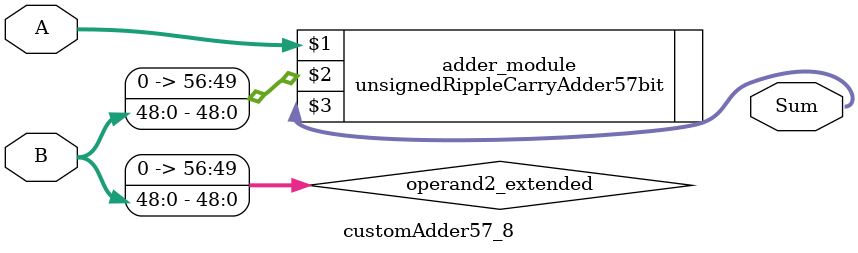
<source format=v>
module customAdder57_8(
                        input [56 : 0] A,
                        input [48 : 0] B,
                        
                        output [57 : 0] Sum
                );

        wire [56 : 0] operand2_extended;
        
        assign operand2_extended =  {8'b0, B};
        
        unsignedRippleCarryAdder57bit adder_module(
            A,
            operand2_extended,
            Sum
        );
        
        endmodule
        
</source>
